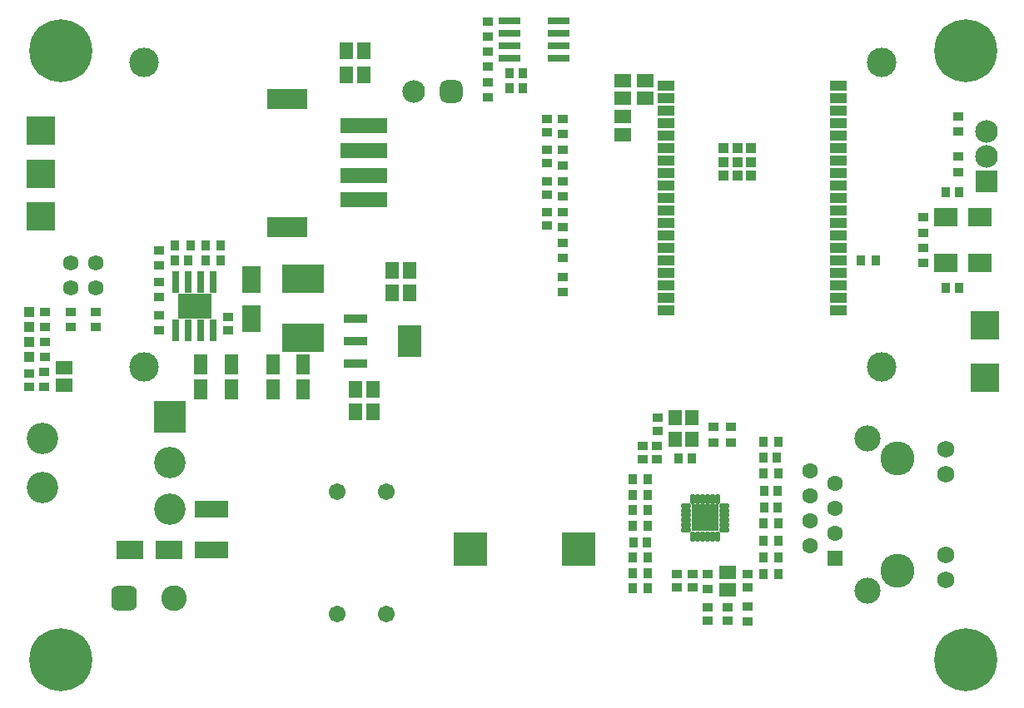
<source format=gbr>
%TF.GenerationSoftware,Altium Limited,Altium Designer,25.1.2 (22)*%
G04 Layer_Color=8388736*
%FSLAX45Y45*%
%MOMM*%
%TF.SameCoordinates,6140C124-B29E-4EDD-BC75-2642A01B609D*%
%TF.FilePolarity,Negative*%
%TF.FileFunction,Soldermask,Top*%
%TF.Part,Single*%
G01*
G75*
%TA.AperFunction,SMDPad,CuDef*%
%ADD17R,2.48920X0.88900*%
%ADD18R,2.48920X3.20040*%
%ADD21R,3.00000X3.00000*%
%ADD22R,3.00000X3.00000*%
%TA.AperFunction,ComponentPad*%
%ADD51C,1.70790*%
%ADD66C,6.40000*%
%TA.AperFunction,SMDPad,CuDef*%
%ADD77R,1.40320X1.60320*%
%ADD78R,2.17320X0.80320*%
G04:AMPARAMS|DCode=79|XSize=1.0632mm|YSize=0.4632mm|CornerRadius=0.1107mm|HoleSize=0mm|Usage=FLASHONLY|Rotation=0.000|XOffset=0mm|YOffset=0mm|HoleType=Round|Shape=RoundedRectangle|*
%AMROUNDEDRECTD79*
21,1,1.06320,0.24180,0,0,0.0*
21,1,0.84180,0.46320,0,0,0.0*
1,1,0.22140,0.42090,-0.12090*
1,1,0.22140,-0.42090,-0.12090*
1,1,0.22140,-0.42090,0.12090*
1,1,0.22140,0.42090,0.12090*
%
%ADD79ROUNDEDRECTD79*%
G04:AMPARAMS|DCode=80|XSize=1.0632mm|YSize=0.4632mm|CornerRadius=0.1107mm|HoleSize=0mm|Usage=FLASHONLY|Rotation=270.000|XOffset=0mm|YOffset=0mm|HoleType=Round|Shape=RoundedRectangle|*
%AMROUNDEDRECTD80*
21,1,1.06320,0.24180,0,0,270.0*
21,1,0.84180,0.46320,0,0,270.0*
1,1,0.22140,-0.12090,-0.42090*
1,1,0.22140,-0.12090,0.42090*
1,1,0.22140,0.12090,0.42090*
1,1,0.22140,0.12090,-0.42090*
%
%ADD80ROUNDEDRECTD80*%
%ADD81R,2.70320X2.70320*%
%TA.AperFunction,ConnectorPad*%
%ADD82R,1.70320X1.10320*%
%TA.AperFunction,BGAPad,CuDef*%
%ADD83R,1.10320X1.10320*%
%TA.AperFunction,SMDPad,CuDef*%
%ADD84R,0.80320X2.17320*%
%ADD85R,3.50320X2.61320*%
%ADD86R,2.40320X1.90320*%
%ADD87R,1.01600X0.96520*%
%ADD88R,0.96520X1.01600*%
%ADD89R,4.20320X2.90320*%
%ADD90R,4.10320X2.00320*%
%ADD91R,4.70320X1.50320*%
%ADD92R,1.65100X1.32080*%
%ADD93R,3.40320X1.70320*%
%ADD94R,2.70320X1.90320*%
%ADD95R,1.01600X1.01600*%
%ADD96R,1.90320X2.70320*%
%ADD97R,1.00320X0.95320*%
%ADD98R,1.32080X1.65100*%
%ADD99R,0.95320X1.00320*%
%ADD100R,1.32080X2.00660*%
%TA.AperFunction,ComponentPad*%
%ADD101C,3.00320*%
%ADD102R,3.50320X3.50320*%
%ADD103R,3.20320X3.20320*%
%ADD104C,3.20320*%
%ADD105C,2.30320*%
G04:AMPARAMS|DCode=106|XSize=2.3032mm|YSize=2.3032mm|CornerRadius=0.6266mm|HoleSize=0mm|Usage=FLASHONLY|Rotation=180.000|XOffset=0mm|YOffset=0mm|HoleType=Round|Shape=RoundedRectangle|*
%AMROUNDEDRECTD106*
21,1,2.30320,1.05000,0,0,180.0*
21,1,1.05000,2.30320,0,0,180.0*
1,1,1.25320,-0.52500,0.52500*
1,1,1.25320,0.52500,0.52500*
1,1,1.25320,0.52500,-0.52500*
1,1,1.25320,-0.52500,-0.52500*
%
%ADD106ROUNDEDRECTD106*%
G04:AMPARAMS|DCode=107|XSize=2.6032mm|YSize=2.6032mm|CornerRadius=0.7016mm|HoleSize=0mm|Usage=FLASHONLY|Rotation=0.000|XOffset=0mm|YOffset=0mm|HoleType=Round|Shape=RoundedRectangle|*
%AMROUNDEDRECTD107*
21,1,2.60320,1.20000,0,0,0.0*
21,1,1.20000,2.60320,0,0,0.0*
1,1,1.40320,0.60000,-0.60000*
1,1,1.40320,-0.60000,-0.60000*
1,1,1.40320,-0.60000,0.60000*
1,1,1.40320,0.60000,0.60000*
%
%ADD107ROUNDEDRECTD107*%
%ADD108C,2.60320*%
%ADD109R,1.60120X1.60120*%
%ADD110C,1.60120*%
%ADD111C,1.73320*%
%ADD112C,2.64820*%
%ADD113C,3.45320*%
%ADD114R,2.30320X2.30320*%
%ADD115C,1.00320*%
%ADD116C,1.58420*%
D17*
X3400410Y3870140D02*
D03*
Y3641140D02*
D03*
Y3412139D02*
D03*
D18*
X3951590Y3641140D02*
D03*
D21*
X199000Y5781140D02*
D03*
X194000Y5348140D02*
D03*
X196000Y4915140D02*
D03*
D22*
X9801053Y3270186D02*
D03*
X9796051Y3807187D02*
D03*
D51*
X3209000Y2113000D02*
D03*
X3709000D02*
D03*
Y863000D02*
D03*
X3209000D02*
D03*
D66*
X9600000Y6600000D02*
D03*
Y400000D02*
D03*
X400000D02*
D03*
Y6600000D02*
D03*
D77*
X6646000Y2645140D02*
D03*
Y2865140D02*
D03*
X6816000D02*
D03*
Y2645140D02*
D03*
D78*
X4965500Y6897640D02*
D03*
X5460500Y6643640D02*
D03*
Y6770640D02*
D03*
Y6897640D02*
D03*
X4965500Y6770640D02*
D03*
Y6643640D02*
D03*
Y6516640D02*
D03*
X5460500D02*
D03*
D79*
X6759500Y1968425D02*
D03*
Y1918425D02*
D03*
Y1868425D02*
D03*
Y1818425D02*
D03*
Y1768425D02*
D03*
Y1718425D02*
D03*
X7146500D02*
D03*
Y1768425D02*
D03*
Y1818425D02*
D03*
Y1868425D02*
D03*
Y1918425D02*
D03*
Y1968425D02*
D03*
D80*
X7078000Y2036925D02*
D03*
X7028000D02*
D03*
X6978000D02*
D03*
X6928000D02*
D03*
X6878000D02*
D03*
X6828000D02*
D03*
Y1649925D02*
D03*
X6878000D02*
D03*
X6928000D02*
D03*
X6978000D02*
D03*
X7028000D02*
D03*
X7078000D02*
D03*
D81*
X6953000Y1843425D02*
D03*
D82*
X6557000Y6244140D02*
D03*
Y6117140D02*
D03*
Y5990140D02*
D03*
Y5863140D02*
D03*
Y5736140D02*
D03*
Y5609140D02*
D03*
Y5482140D02*
D03*
Y5355140D02*
D03*
Y5228140D02*
D03*
Y5101140D02*
D03*
Y4974140D02*
D03*
Y4847140D02*
D03*
Y4720140D02*
D03*
Y4593140D02*
D03*
Y4466140D02*
D03*
Y4339140D02*
D03*
Y4212140D02*
D03*
Y4085140D02*
D03*
Y3958140D02*
D03*
X8307000Y6244140D02*
D03*
Y6117140D02*
D03*
Y5990140D02*
D03*
Y5863140D02*
D03*
Y5736140D02*
D03*
Y5609140D02*
D03*
Y5482140D02*
D03*
Y5355140D02*
D03*
Y5228140D02*
D03*
Y5101140D02*
D03*
Y4974140D02*
D03*
Y4847140D02*
D03*
Y4720140D02*
D03*
Y4593140D02*
D03*
Y4466140D02*
D03*
Y4339140D02*
D03*
Y4212140D02*
D03*
Y4085140D02*
D03*
Y3958140D02*
D03*
D83*
X7142000Y5464140D02*
D03*
X7282000D02*
D03*
X7422000D02*
D03*
X7142000Y5604140D02*
D03*
X7282000D02*
D03*
X7422000D02*
D03*
X7142000Y5324140D02*
D03*
X7282000D02*
D03*
X7422000D02*
D03*
D84*
X1570500Y3749640D02*
D03*
X1824500Y4244640D02*
D03*
X1697500D02*
D03*
X1570500D02*
D03*
X1697500Y3749640D02*
D03*
X1824500D02*
D03*
X1951500D02*
D03*
Y4244640D02*
D03*
D85*
X1761000Y3997140D02*
D03*
D86*
X9405000Y4438670D02*
D03*
X9745000D02*
D03*
X9405000Y4901610D02*
D03*
X9745000D02*
D03*
D87*
X505000Y3939610D02*
D03*
Y3784670D02*
D03*
X759000Y3939610D02*
D03*
Y3784670D02*
D03*
X5508000Y5746530D02*
D03*
Y5901470D02*
D03*
X5507000Y5116030D02*
D03*
Y5270970D02*
D03*
Y5431280D02*
D03*
Y5586220D02*
D03*
X5506000Y4800780D02*
D03*
Y4955720D02*
D03*
X5507000Y4640470D02*
D03*
Y4485530D02*
D03*
Y4142530D02*
D03*
Y4297470D02*
D03*
X4741000Y6896610D02*
D03*
Y6741670D02*
D03*
Y6431917D02*
D03*
Y6586857D02*
D03*
Y6122164D02*
D03*
Y6277104D02*
D03*
X7386000Y940610D02*
D03*
Y785670D02*
D03*
X7042004Y2613270D02*
D03*
Y2768210D02*
D03*
X7212703Y2613270D02*
D03*
Y2768210D02*
D03*
X6980000Y1115359D02*
D03*
Y1270299D02*
D03*
X9170000Y4593610D02*
D03*
Y4438670D02*
D03*
Y4746670D02*
D03*
Y4901610D02*
D03*
X9524000Y5927080D02*
D03*
Y5772140D02*
D03*
X9525000Y5363200D02*
D03*
Y5518140D02*
D03*
X233000Y3176670D02*
D03*
Y3331610D02*
D03*
X236000Y3939610D02*
D03*
Y3784670D02*
D03*
X239000Y3481670D02*
D03*
Y3636610D02*
D03*
X1396000Y3749640D02*
D03*
Y3904580D02*
D03*
Y4409670D02*
D03*
Y4564610D02*
D03*
Y4089700D02*
D03*
Y4244640D02*
D03*
D88*
X7545130Y2297038D02*
D03*
X7700070D02*
D03*
X7545130Y1272839D02*
D03*
X7700070D02*
D03*
X7545130Y1443539D02*
D03*
X7700070D02*
D03*
X7545130Y1614239D02*
D03*
X7700070D02*
D03*
X7545130Y1784939D02*
D03*
X7700070D02*
D03*
X6370040Y1442111D02*
D03*
X6215100D02*
D03*
X7545130Y2614737D02*
D03*
X7700070D02*
D03*
X6215100Y2238139D02*
D03*
X6370040D02*
D03*
X6215100Y1919728D02*
D03*
X6370040D02*
D03*
X6215100Y1282905D02*
D03*
X6370040D02*
D03*
X6215100Y1123700D02*
D03*
X6370040D02*
D03*
X6215100Y2078934D02*
D03*
X6370040D02*
D03*
Y1760522D02*
D03*
X6215100D02*
D03*
X8537530Y4466140D02*
D03*
X8692470D02*
D03*
X1562500Y4619140D02*
D03*
X1717440D02*
D03*
X1873000D02*
D03*
X2027940D02*
D03*
Y4463000D02*
D03*
X1873000D02*
D03*
D89*
X2866000Y3676140D02*
D03*
Y4281140D02*
D03*
D90*
X2701000Y4806000D02*
D03*
Y6106000D02*
D03*
D91*
X3481000Y5081000D02*
D03*
Y5331000D02*
D03*
Y5581000D02*
D03*
Y5831000D02*
D03*
D92*
X7183000Y1109736D02*
D03*
Y1288079D02*
D03*
X6113000Y5924312D02*
D03*
Y5745968D02*
D03*
X433000Y3194968D02*
D03*
Y3373312D02*
D03*
X6113000Y6295992D02*
D03*
Y6117140D02*
D03*
X6343000Y6295992D02*
D03*
Y6117140D02*
D03*
D93*
X1932000Y1935140D02*
D03*
Y1515140D02*
D03*
D94*
X1101000D02*
D03*
X1501000D02*
D03*
D95*
X83000Y3939141D02*
D03*
Y3789139D02*
D03*
Y3484139D02*
D03*
Y3634141D02*
D03*
D96*
X2338000Y3871140D02*
D03*
Y4271140D02*
D03*
D97*
X5349000Y5586220D02*
D03*
Y5451220D02*
D03*
Y4955720D02*
D03*
Y4820720D02*
D03*
Y5901470D02*
D03*
Y5766470D02*
D03*
Y5270970D02*
D03*
Y5135970D02*
D03*
X6824000Y1269700D02*
D03*
Y1134700D02*
D03*
X6668000Y1269700D02*
D03*
Y1134700D02*
D03*
X6469000Y2730140D02*
D03*
Y2865140D02*
D03*
X6315000Y2436640D02*
D03*
Y2571640D02*
D03*
X6467000Y2436640D02*
D03*
Y2571640D02*
D03*
X7386000Y1269700D02*
D03*
Y1134700D02*
D03*
X7183000Y930640D02*
D03*
Y795640D02*
D03*
X6980640Y930640D02*
D03*
Y795640D02*
D03*
X81000Y3312040D02*
D03*
Y3177040D02*
D03*
X2101000Y3884640D02*
D03*
Y3749640D02*
D03*
D98*
X3481000Y6349001D02*
D03*
X3302149D02*
D03*
X3481000Y6601001D02*
D03*
X3302149D02*
D03*
X3772738Y4360000D02*
D03*
X3951590D02*
D03*
X3772738Y4130000D02*
D03*
X3951590D02*
D03*
X3579261Y3152140D02*
D03*
X3400410D02*
D03*
X3579261Y2919000D02*
D03*
X3400410D02*
D03*
D99*
X4965500Y6215140D02*
D03*
X5100500D02*
D03*
X4965500Y6369140D02*
D03*
X5100500D02*
D03*
X7690100Y2119738D02*
D03*
X7555100D02*
D03*
X6816000Y2450140D02*
D03*
X6681000D02*
D03*
X7545130Y2455140D02*
D03*
X7680130D02*
D03*
X7555100Y1949038D02*
D03*
X7690100D02*
D03*
X6360070Y1594716D02*
D03*
X6225070D02*
D03*
X9405000Y4180140D02*
D03*
X9540000D02*
D03*
X9405000Y5161140D02*
D03*
X9540000D02*
D03*
X1697500Y4463000D02*
D03*
X1562500D02*
D03*
D100*
X2556120Y3153140D02*
D03*
X2866000D02*
D03*
X2556120Y3401140D02*
D03*
X2866000D02*
D03*
X2134380D02*
D03*
X1824500D02*
D03*
X2134380Y3153140D02*
D03*
X1824500D02*
D03*
D101*
X1250000Y6477140D02*
D03*
Y3377140D02*
D03*
X8750000Y6477140D02*
D03*
Y3377140D02*
D03*
D102*
X5663000Y1529000D02*
D03*
X4563000D02*
D03*
D103*
X1508000Y2875140D02*
D03*
D104*
Y2405140D02*
D03*
Y1935140D02*
D03*
X213000Y2655140D02*
D03*
Y2155140D02*
D03*
D105*
X3993494Y6181142D02*
D03*
X9815000Y5518140D02*
D03*
Y5772140D02*
D03*
D106*
X4374494Y6181142D02*
D03*
D107*
X1043000Y1028000D02*
D03*
D108*
X1551000D02*
D03*
D109*
X8272000Y1431640D02*
D03*
D110*
X8018000Y1558640D02*
D03*
X8272000Y1685640D02*
D03*
X8018000Y1812640D02*
D03*
X8272000Y1939640D02*
D03*
X8018000Y2066640D02*
D03*
X8272000Y2193640D02*
D03*
X8018000Y2320640D02*
D03*
D111*
X9397000Y1214140D02*
D03*
Y1468140D02*
D03*
Y2539140D02*
D03*
Y2285140D02*
D03*
D112*
X8602000Y1102140D02*
D03*
Y2651140D02*
D03*
D113*
X8907000Y2448140D02*
D03*
Y1305140D02*
D03*
D114*
X9815000Y5264140D02*
D03*
D115*
X9600000Y6840000D02*
D03*
X9769706Y6430294D02*
D03*
X9430295Y6769706D02*
D03*
Y6430294D02*
D03*
X9840000Y6600000D02*
D03*
X9600000Y6360000D02*
D03*
X9769706Y6769706D02*
D03*
X9360000Y6600000D02*
D03*
X9600000Y640000D02*
D03*
X9769706Y230294D02*
D03*
X9430295Y569705D02*
D03*
Y230294D02*
D03*
X9840000Y400000D02*
D03*
X9600000Y160000D02*
D03*
X9769706Y569705D02*
D03*
X9360000Y400000D02*
D03*
X400000Y640000D02*
D03*
X569705Y230294D02*
D03*
X230294Y569705D02*
D03*
Y230294D02*
D03*
X640000Y400000D02*
D03*
X400000Y160000D02*
D03*
X569705Y569705D02*
D03*
X160000Y400000D02*
D03*
X400000Y6840000D02*
D03*
X569705Y6430294D02*
D03*
X230294Y6769706D02*
D03*
Y6430294D02*
D03*
X640000Y6600000D02*
D03*
X400000Y6360000D02*
D03*
X569705Y6769706D02*
D03*
X160000Y6600000D02*
D03*
D116*
X505000Y4438140D02*
D03*
Y4184140D02*
D03*
X759000Y4438140D02*
D03*
Y4184140D02*
D03*
%TF.MD5,9ab4112077ed9a0d3c98918d03dba212*%
M02*

</source>
